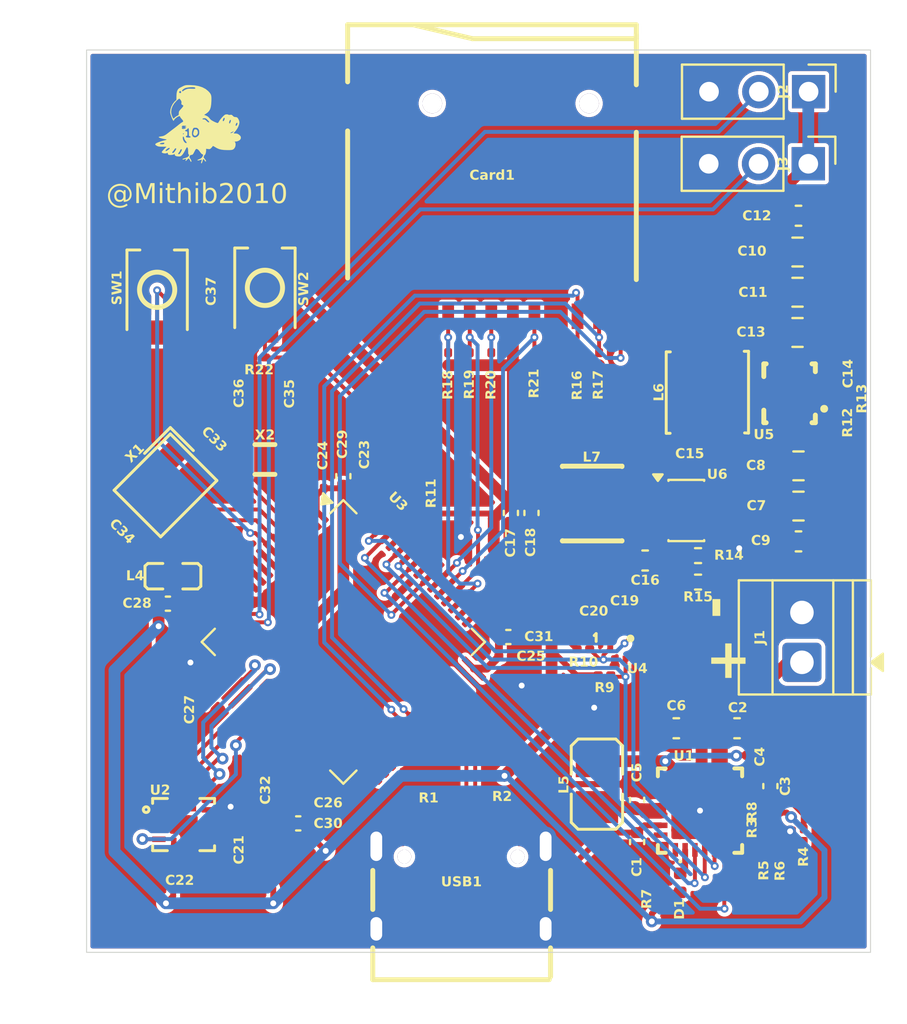
<source format=kicad_pcb>
(kicad_pcb (version 20241229) (generator "pcbnew") (generator_version "9.0")
  (layers (0 "F.Cu" signal) (2 "B.Cu" signal) (13 "F.Paste" user) (15 "B.Paste" user) (5 "F.SilkS" user "F.Silkscreen") (7 "B.SilkS" user "B.Silkscreen") (1 "F.Mask" user) (3 "B.Mask" user) (25 "Edge.Cuts" user))
  (net 0 "")
  (net 1 "VBUS")
  (net 2 "BAT+")
  (net 3 "GND")
  (net 4 "VREGN")
  (net 5 "Net-(U1-BTST)")
  (net 6 "/BTST")
  (net 7 "Net-(C5-Pad1)")
  (net 8 "VSYS")
  (net 9 "+5V")
  (net 10 "Net-(U5-Vaux)")
  (net 11 "Net-(U6-SW)")
  (net 12 "Net-(U6-CB)")
  (net 13 "+3.3V")
  (net 14 "Net-(U3-VCAP_1)")
  (net 15 "/HSE_IN")
  (net 16 "/HSE_OUT")
  (net 17 "/LSE_IN")
  (net 18 "/LSE_OUT")
  (net 19 "/RESET")
  (net 20 "/SD_DAT1")
  (net 21 "/SD_DAT0")
  (net 22 "/SD_CD")
  (net 23 "/SD_DAT2")
  (net 24 "/SD_DAT3")
  (net 25 "/SD_CLK")
  (net 26 "/SD_CMD")
  (net 27 "Net-(D1-K)")
  (net 28 "Net-(D1-A)")
  (net 29 "/SERVO1")
  (net 30 "/SERVO2")
  (net 31 "Net-(U3-VDDA)")
  (net 32 "Net-(U5-L1)")
  (net 33 "Net-(U5-L2)")
  (net 34 "Net-(USB1-CC1)")
  (net 35 "Net-(USB1-CC2)")
  (net 36 "Net-(U1-ILIM)")
  (net 37 "Net-(U1-TS)")
  (net 38 "/BQ_PG")
  (net 39 "/I2C_SDA")
  (net 40 "/I2C_SCL")
  (net 41 "/BQ_INT")
  (net 42 "Net-(U5-EN)")
  (net 43 "Net-(U5-PG)")
  (net 44 "Net-(U6-FB)")
  (net 45 "/BOOT")
  (net 49 "/BQ_CE")
  (net 50 "/ICM_INT1")
  (net 55 "/ICM_CS")
  (net 56 "/ICM_SCK")
  (net 57 "/ICM_INT2")
  (net 59 "/ICM_SDO")
  (net 60 "/ICM_SDI")
  (net 76 "/USB_DP")
  (net 81 "/BMP_INT")
  (net 82 "/USB_DN")
  (footprint "Capacitor_SMD:C_0402_1005Metric" (layer "F.Cu") (at 170.44 126.2 90)
    (property "Reference" "C5")
    (property "Value" "10uF")
  )
  (footprint "Capacitor_SMD:C_0201_0603Metric" (layer "F.Cu") (at 144.626777 112.071142 135)
    (property "Reference" "C34")
    (property "Value" "20pF")
  )
  (footprint "Resistor_SMD:R_0201_0603Metric" (layer "F.Cu") (at 177.74 128.7 90)
    (property "Reference" "R6")
    (property "Value" "10K")
  )
  (footprint "lcsc:CRYSTAL-SMD_4P-L3.2-W2.5-BL" (layer "F.Cu") (at 146.376777 110.171142 -135)
    (property "Reference" "X1")
    (property "Value" "X322525MOB4SI")
  )
  (footprint "Resistor_SMD:R_0201_0603Metric" (layer "F.Cu") (at 177.34 126.85)
    (property "Reference" "R8")
    (property "Value" "10K")
  )
  (footprint "Capacitor_SMD:C_0201_0603Metric" (layer "F.Cu") (at 154.45 110 90)
    (property "Reference" "C24")
    (property "Value" "100nF")
  )
  (footprint "Resistor_SMD:R_0201_0603Metric" (layer "F.Cu") (at 163 103.725 -90)
    (property "Reference" "R20")
    (property "Value" "10K")
  )
  (footprint "Capacitor_SMD:C_0201_0603Metric" (layer "F.Cu") (at 148.3 121.65 -90)
    (property "Reference" "C27")
    (property "Value" "100nF")
  )
  (footprint "Capacitor_SMD:C_0402_1005Metric" (layer "F.Cu") (at 170.44 128.35 -90)
    (property "Reference" "C1")
    (property "Value" "1uF")
  )
  (footprint "TerminalBlock:TerminalBlock_Xinya_XY308-2.54-2P_1x02_P2.54mm_Horizontal" (layer "F.Cu") (at 178.85 119.19 90)
    (property "Reference" "J1")
    (property "Value" "Screw_Terminal_01x02")
  )
  (footprint "Capacitor_SMD:C_0402_1005Metric" (layer "F.Cu") (at 146.5 116.2)
    (property "Reference" "C28")
    (property "Value" "1uF")
  )
  (footprint "lcsc:USB-C-SMD_TYPE-C-6PIN-2MD-073" (layer "F.Cu") (at 161.453434 130.396569)
    (property "Reference" "USB1")
    (property "Value" "TYPE-C 16PIN 2MD(073)")
  )
  (footprint "Capacitor_SMD:C_0603_1608Metric" (layer "F.Cu") (at 178.675 113.025)
    (property "Reference" "C9")
    (property "Value" "10uF")
  )
  (footprint "lcsc:VFQFPN-24_L4.0-W4.0-P0.50-BL-EP2.8" (layer "F.Cu") (at 173.64 126.75)
    (property "Reference" "U1")
    (property "Value" "BQ25883RGER")
  )
  (footprint "Capacitor_SMD:C_0201_0603Metric" (layer "F.Cu") (at 169.8 116.725)
    (property "Reference" "C19")
    (property "Value" "100nF")
  )
  (footprint "Capacitor_SMD:C_0402_1005Metric" (layer "F.Cu") (at 163.87 117.9)
    (property "Reference" "C31")
    (property "Value" "10uF")
  )
  (footprint "Capacitor_SMD:C_0805_2012Metric" (layer "F.Cu") (at 178.675 109.175)
    (property "Reference" "C8")
    (property "Value" "10uF")
  )
  (footprint "Capacitor_SMD:C_0805_2012Metric" (layer "F.Cu") (at 178.675 111.225)
    (property "Reference" "C7")
    (property "Value" "10uF")
  )
  (footprint "Capacitor_SMD:C_0201_0603Metric" (layer "F.Cu") (at 153.35 126.35 180)
    (property "Reference" "C26")
    (property "Value" "100nF")
  )
  (footprint "Capacitor_SMD:C_0603_1608Metric" (layer "F.Cu") (at 172.44 122.55 180)
    (property "Reference" "C6")
    (property "Value" "44uF")
  )
  (footprint "LED_SMD:LED_0402_1005Metric" (layer "F.Cu") (at 172.64 130.4325 -90)
    (property "Reference" "D1")
    (property "Value" "LED")
  )
  (footprint "Capacitor_SMD:C_0805_2012Metric" (layer "F.Cu") (at 178.625 98.275)
    (property "Reference" "C10")
    (property "Value" "22uF")
  )
  (footprint "Resistor_SMD:R_0201_0603Metric" (layer "F.Cu") (at 168.775 119.85 180)
    (property "Reference" "R9")
    (property "Value" "10K")
  )
  (footprint "lcsc:LGA-14_L3.0-W2.5-P0.50-TL" (layer "F.Cu") (at 147.3 127.46)
    (property "Reference" "U2")
    (property "Value" "ICM-45686")
  )
  (footprint "lcsc:IND-SMD_L3.0-W3.0" (layer "F.Cu") (at 168.15 111.1)
    (property "Reference" "L7")
    (property "Value" "YHNR3015-5R6M")
  )
  (footprint "Resistor_SMD:R_0201_0603Metric" (layer "F.Cu") (at 171.625 131.25 -90)
    (property "Reference" "R7")
    (property "Value" "10K")
  )
  (footprint "Resistor_SMD:R_0201_0603Metric" (layer "F.Cu") (at 180.525 106.97 -90)
    (property "Reference" "R12")
    (property "Value" "10K")
  )
  (footprint "Capacitor_SMD:C_0402_1005Metric" (layer "F.Cu") (at 153.15 127.4 180)
    (property "Reference" "C30")
    (property "Value" "1uF")
  )
  (footprint "Capacitor_SMD:C_0402_1005Metric" (layer "F.Cu") (at 177.24 125.5 90)
    (property "Reference" "C3")
    (property "Value" "10uF")
  )
  (footprint "Resistor_SMD:R_0201_0603Metric" (layer "F.Cu") (at 178.94 128 90)
    (property "Reference" "R4")
    (property "Value" "5.23K")
  )
  (footprint "Resistor_SMD:R_0201_0603Metric" (layer "F.Cu") (at 177.35 127.6)
    (property "Reference" "R3")
    (property "Value" "383")
  )
  (footprint "Capacitor_SMD:C_0603_1608Metric" (layer "F.Cu") (at 178.675 96.425)
    (property "Reference" "C12")
    (property "Value" "10uF")
  )
  (footprint "Capacitor_SMD:C_0201_0603Metric" (layer "F.Cu") (at 152.15 125.75 -90)
    (property "Reference" "C32")
    (property "Value" "2.2uF")
  )
  (footprint "LOGO" (layer "F.Cu") (at 148.02 91.51)
    (property "Reference" "G***" (hide yes))
    (property "Value" "LOGO" (hide yes))
  )
  (footprint "lcsc:VQFN-HR-15_L3.0-W2.5-P0.50-BL_TPS63070RNMR" (layer "F.Cu") (at 178.355 105.475 90)
    (property "Reference" "U5")
    (property "Value" "TPS63070RNMR")
  )
  (footprint "lcsc:IND-SMD_L4.0-W4.0-A" (layer "F.Cu") (at 174.025 105.425 -90)
    (property "Reference" "L6")
    (property "Value" "XFL4020-152MEC")
  )
  (footprint "Resistor_SMD:R_0201_0603Metric" (layer "F.Cu") (at 163.553434 126.729069)
    (property "Reference" "R2")
    (property "Value" "5.1K")
  )
  (footprint "Package_QFP:LQFP-64_10x10mm_P0.5mm" (layer "F.Cu") (at 155.45 118.15 -45)
    (property "Reference" "U3")
    (property "Value" "STM32F722RETx")
  )
  (footprint "Capacitor_SMD:C_0201_0603Metric" (layer "F.Cu") (at 148.326777 108.321142 -45)
    (property "Reference" "C33")
    (property "Value" "20pF")
  )
  (footprint "Connector_PinHeader_2.54mm:PinHeader_1x03_P2.54mm_Vertical" (layer "F.Cu") (at 179.175 93.775 -90)
    (property "Reference" "J3")
    (property "Value" "Conn_01x03")
  )
  (footprint "lcsc:L0603" (layer "F.Cu") (at 146.75 114.8 180)
    (property "Reference" "L4")
    (property "Value" "FCM1608KF-601T03")
  )
  (footprint "Capacitor_SMD:C_0201_0603Metric" (layer "F.Cu") (at 168.225 117.25 180)
    (property "Reference" "C20")
    (property "Value" "100nF")
  )
  (footprint "Capacitor_SMD:C_0201_0603Metric" (layer "F.Cu") (at 148.07 100.28 -90)
    (property "Reference" "C37")
    (property "Value" "100nF")
  )
  (footprint "Resistor_SMD:R_0201_0603Metric" (layer "F.Cu") (at 161.9 103.725 -90)
    (property "Reference" "R19")
    (property "Value" "10K")
  )
  (footprint "lcsc:SW-SMD_L3.9-W3.0-P4.45" (layer "F.Cu") (at 145.95 100.2 -90)
    (property "Reference" "SW1")
    (property "Value" "TS-1088-AR02016")
  )
  (footprint "Capacitor_SMD:C_0201_0603Metric" (layer "F.Cu") (at 149.5 128.75 -90)
    (property "Reference" "C21")
    (property "Value" "100nF")
  )
  (footprint "Resistor_SMD:R_0201_0603Metric" (layer "F.Cu") (at 168.5 103.725 -90)
    (property "Reference" "R17")
    (property "Value" "10K")
  )
  (footprint "Resistor_SMD:R_0201_0603Metric" (layer "F.Cu") (at 160.8 103.725 -90)
    (property "Reference" "R18")
    (property "Value" "10K")
  )
  (footprint "Resistor_SMD:R_0402_1005Metric" (layer "F.Cu") (at 173.55 113.75 180)
    (property "Reference" "R14")
    (property "Value" "100K")
  )
  (footprint "lcsc:L2520" (layer "F.Cu") (at 168.39 125.4 -90)
    (property "Reference" "L5")
    (property "Value" "DFE252012F-1R0M=P2")
  )
  (footprint "Capacitor_SMD:C_0402_1005Metric" (layer "F.Cu") (at 164 111.575 -90)
    (property "Reference" "C17")
    (property "Value" "22uF")
  )
  (footprint "lcsc:FC-135R_L3.2-W1.5" (layer "F.Cu") (at 151.45 108.85 180)
    (property "Reference" "X2")
    (property "Value" "Q13FC1350000400")
  )
  (footprint "lcsc:TF-SMD_TF-01A" (layer "F.Cu") (at 163.04 96.27 180)
    (property "Reference" "Card1")
    (property "Value" "TF-01A")
  )
  (footprint "Capacitor_SMD:C_0201_0603Metric" (layer "F.Cu") (at 176.04 124.25 -90)
    (property "Reference" "C4")
    (property "Value" "47nF")
  )
  (footprint "Resistor_SMD:R_0201_0603Metric" (layer "F.Cu") (at 176.94 128.7 90)
    (property "Reference" "R5")
    (property "Value" "30.1K")
  )
  (footprint "Capacitor_SMD:C_0402_1005Metric" (layer "F.Cu") (at 155.45 109.7 90)
    (property "Reference" "C29")
    (property "Value" "1uF")
  )
  (footprint "Capacitor_SMD:C_0201_0603Metric" (layer "F.Cu") (at 152.725 106.815 90)
    (property "Reference" "C35")
    (property "Value" "20pF")
  )
  (footprint "lcsc:LGA-10_L2.0-W2.0-P0.50-TL_BMP580" (layer "F.Cu") (at 169.85 118.225)
    (property "Reference" "U4")
    (property "Value" "BMP580")
  )
  (footprint "Capacitor_SMD:C_0201_0603Metric" (layer "F.Cu") (at 150.175 106.815 90)
    (property "Reference" "C36")
    (property "Value" "20pF")
  )
  (footprint "Package_TO_SOT_SMD:SOT-23-6" (layer "F.Cu") (at 172.95 111.45)
    (property "Reference" "U6")
    (property "Value" "LMR51430")
  )
  (footprint "Resistor_SMD:R_0201_0603Metric" (layer "F.Cu") (at 165.2 103.725 -90)
    (property "Reference" "R21")
    (property "Value" "10K")
  )
  (footprint "Capacitor_SMD:C_0201_0603Metric" (layer "F.Cu") (at 180.525 104.475 90)
    (property "Reference" "C14")
    (property "Value" "100nF")
  )
  (footprint "Resistor_SMD:R_0402_1005Metric" (layer "F.Cu") (at 173.55 115.1)
    (property "Reference" "R15")
    (property "Value" "22.1K")
  )
  (footprint "Capacitor_SMD:C_0201_0603Metric" (layer "F.Cu") (at 156.525 109.975 90)
    (property "Reference" "C23")
    (property "Value" "100nF")
  )
  (footprint "Capacitor_SMD:C_0805_2012Metric" (layer "F.Cu") (at 178.625 100.325)
    (property "Reference" "C11")
    (property "Value" "22uF")
  )
  (footprint "Resistor_SMD:R_0201_0603Metric" (layer "F.Cu") (at 180.875 105.725 180)
    (property "Reference" "R13")
    (property "Value" "10K")
  )
  (footprint "Capacitor_SMD:C_0201_0603Metric" (layer "F.Cu") (at 147.09 129.61)
    (property "Reference" "C22")
    (property "Value" "100nF")
  )
  (footprint "Resistor_SMD:R_0201_0603Metric" (layer "F.Cu") (at 151.15 103.65)
    (property "Reference" "R22")
    (property "Value" "10K")
  )
  (footprint "Resistor_SMD:R_0201_0603Metric" (layer "F.Cu") (at 159.808434 126.779069 180)
    (property "Reference" "R1")
    (property "Value" "5.1K")
  )
  (footprint "Capacitor_SMD:C_0402_1005Metric" (layer "F.Cu") (at 165.05 111.575 -90)
    (property "Reference" "C18")
    (property "Value" "22uF")
  )
  (footprint "Resistor_SMD:R_0201_0603Metric" (layer "F.Cu") (at 159.95 111.925 90)
    (property "Reference" "R11")
    (property "Value" "10K")
  )
  (footprint "Capacitor_SMD:C_0201_0603Metric" (layer "F.Cu") (at 173.13 109.25 180)
    (property "Reference" "C15")
    (property "Value" "100nF")
  )
  (footprint "lcsc:SW-SMD_L3.9-W3.0-P4.45" (layer "F.Cu") (at 151.45 100.1 -90)
    (property "Reference" "SW2")
    (property "Value" "TS-1088-AR02016")
  )
  (footprint "Capacitor_SMD:C_0805_2012Metric" (layer "F.Cu") (at 178.625 102.375)
    (property "Reference" "C13")
    (property "Value" "22uF")
  )
  (footprint "Capacitor_SMD:C_0201_0603Metric" (layer "F.Cu") (at 163.705 118.9)
    (property "Reference" "C25")
    (property "Value" "100nF")
  )
  (footprint "Resistor_SMD:R_0201_0603Metric" (layer "F.Cu") (at 167.4 103.725 -90)
    (property "Reference" "R16")
    (property "Value" "10K")
  )
  (footprint "Capacitor_SMD:C_0603_1608Metric" (layer "F.Cu") (at 175.54 122.55)
    (property "Reference" "C2")
    (property "Value" "10uF")
  )
  (footprint "Resistor_SMD:R_0201_0603Metric" (layer "F.Cu") (at 167.7 118.525 180)
    (property "Reference" "R10")
    (property "Value" "10K")
  )
  (footprint "Capacitor_SMD:C_0603_1608Metric" (layer "F.Cu") (at 170.85 114 180)
    (property "Reference" "C16")
    (property "Value" "2.2uF")
  )
  (footprint "Connector_PinHeader_2.54mm:PinHeader_1x03_P2.54mm_Vertical" (layer "F.Cu") (at 179.19 90.1 -90)
    (property "Reference" "J2")
    (property "Value" "Conn_01x03")
  )
  (gr_rect (start 142.35 87.975) (end 182.35 133.975) (stroke (width 0.05)) (fill no) (layer "Edge.Cuts"))
  (gr_text "+" (at 173.925 120.325 0) (layer "F.SilkS") (effects (font (size 2 2) (thickness 0.1)) (justify left bottom)))
  (gr_text "-" (at 175.625 116.975 90) (layer "F.SilkS") (effects (font (size 2 2) (thickness 0.1)) (justify left bottom)))
  (gr_text "@Mithib2010" (at 143.35 95.95 0) (layer "F.SilkS") (effects (font (size 1 1) (thickness 0.1)) (justify left bottom)))
  (segment (start 163.13007 129.318569) (end 164.161501 130.35) (width 0.3) (layer "F.Cu") (net 1))
  (segment (start 163.853434 128.595205) (end 163.853434 128.016569) (width 0.3) (layer "F.Cu") (net 1))
  (segment (start 170.81 127.5) (end 170.44 127.87) (width 0.3) (layer "F.Cu") (net 1))
  (segment (start 159.053434 128.016569) (end 159.053434 128.595205) (width 0.3) (layer "F.Cu") (net 1))
  (segment (start 171.64 127.5) (end 170.81 127.5) (width 0.3) (layer "F.Cu") (net 1))
  (segment (start 159.053434 128.595205) (end 159.776798 129.318569) (width 0.3) (layer "F.Cu") (net 1))
  (segment (start 166.35 130.35) (end 168.83 127.87) (width 0.3) (layer "F.Cu") (net 1))
  (segment (start 163.13007 129.318569) (end 163.853434 128.595205) (width 0.3) (layer "F.Cu") (net 1))
  (segment (start 159.776798 129.318569) (end 163.13007 129.318569) (width 0.3) (layer "F.Cu") (net 1))
  (segment (start 164.161501 130.35) (end 166.35 130.35) (width 0.3) (layer "F.Cu") (net 1))
  (segment (start 168.83 127.87) (end 170.44 127.87) (width 0.3) (layer "F.Cu") (net 1))
  (segment (start 174.765 122.55) (end 174.765 124.625) (width 0.6) (layer "F.Cu") (net 2))
  (segment (start 174.765 122.85) (end 174.531 123.084) (width 0.6) (layer "F.Cu") (net 2))
  (segment (start 178.85 119.19) (end 178.125 119.19) (width 0.6) (layer "F.Cu") (net 2))
  (segment (start 174.765 122.55) (end 174.765 122.85) (width 0.6) (layer "F.Cu") (net 2))
  (segment (start 174.531 123.084) (end 174.531 124.75) (width 0.6) (layer "F.Cu") (net 2))
  (segment (start 174.765 124.625) (end 174.89 124.75) (width 0.6) (layer "F.Cu") (net 2))
  (segment (start 178.125 119.19) (end 174.765 122.55) (width 0.6) (layer "F.Cu") (net 2))
  (segment (start 147.3 129.5) (end 147.41 129.61) (width 0.2) (layer "F.Cu") (net 3))
  (segment (start 178.247182 127.802818) (end 177.962818 127.802818) (width 0.3) (layer "F.Cu") (net 3))
  (segment (start 170.12 117.215) (end 170.35 117.445) (width 0.3) (layer "F.Cu") (net 3))
  (segment (start 144.400503 110.945335) (end 144.997919 110.347919) (width 0.2) (layer "F.Cu") (net 3))
  (segment (start 177.76 127.6) (end 177.67 127.6) (width 0.3) (layer "F.Cu") (net 3))
  (segment (start 148.553051 108.547416) (end 148.553051 109.196949) (width 0.2) (layer "F.Cu") (net 3))
  (segment (start 177.962818 127.802818) (end 177.76 127.6) (width 0.3) (layer "F.Cu") (net 3))
  (segment (start 170.12 116.725) (end 170.12 117.175) (width 0.3) (layer "F.Cu") (net 3))
  (segment (start 147.3 128.47) (end 147.3 129.5) (width 0.2) (layer "F.Cu") (net 3))
  (segment (start 148.553051 109.196949) (end 147.755635 109.994365) (width 0.2) (layer "F.Cu") (net 3))
  (segment (start 144.400503 111.844868) (end 144.400503 110.945335) (width 0.2) (layer "F.Cu") (net 3))
  (segment (start 170.12 117.175) (end 169.85 117.445) (width 0.3) (layer "F.Cu") (net 3))
  (segment (start 170.12 116.725) (end 170.12 117.215) (width 0.3) (layer "F.Cu") (net 3))
  (via (at 175.65 113.375) (size 0.6) (drill 0.3) (layers "F.Cu" "B.Cu") (net 3))
  (via (at 173.65 126.75) (size 0.6) (drill 0.3) (layers "F.Cu" "B.Cu") (net 3))
  (via (at 149.7 126.55) (size 0.6) (drill 0.3) (layers "F.Cu" "B.Cu") (net 3))
  (via (at 161.45 112.8) (size 0.6) (drill 0.3) (layers "F.Cu" "B.Cu") (net 3))
  (via (at 178.247182 127.802818) (size 0.6) (drill 0.3) (layers "F.Cu" "B.Cu") (net 3))
  (via (at 168.25 121.5) (size 0.6) (drill 0.3) (layers "F.Cu" "B.Cu") (net 3))
  (via (at 147.65 119.2) (size 0.6) (drill 0.3) (layers "F.Cu" "B.Cu") (net 3))
  (via (at 164.55 120.375) (size 0.6) (drill 0.3) (layers "F.Cu" "B.Cu") (net 3))
  (segment (start 175.66 125.98) (end 175.64 126) (width 0.3) (layer "F.Cu") (net 4))
  (segment (start 178.94 127.68) (end 178.94 126.94) (width 0.3) (layer "F.Cu") (net 4))
  (segment (start 177.98 125.98) (end 177.24 125.98) (width 0.3) (layer "F.Cu") (net 4))
  (segment (start 178.94 126.94) (end 177.98 125.98) (width 0.3) (layer "F.Cu") (net 4))
  (segment (start 177.24 125.98) (end 175.66 125.98) (width 0.3) (layer "F.Cu") (net 4))
  (segment (start 176.04 124.57) (end 176.04 125.1) (width 0.3) (layer "F.Cu") (net 5))
  (segment (start 176.04 125.1) (end 175.64 125.5) (width 0.3) (layer "F.Cu") (net 5))
  (segment (start 176.04 123.93) (end 175.52 123.93) (width 0.3) (layer "F.Cu") (net 6))
  (segment (start 171.88 124.23) (end 168.39 124.23) (width 0.6) (layer "F.Cu") (net 6))
  (segment (start 172.4 124.75) (end 172.73 124.75) (width 0.6) (layer "F.Cu") (net 6))
  (segment (start 175.52 123.93) (end 175.5 123.95) (width 0.3) (layer "F.Cu") (net 6))
  (segment (start 172.4 124.75) (end 171.88 124.23) (width 0.6) (layer "F.Cu") (net 6))
  (via (at 175.5 123.95) (size 0.6) (drill 0.3) (layers "F.Cu" "B.Cu") (net 6))
  (via (at 171.88 124.23) (size 0.6) (drill 0.3) (layers "F.Cu" "B.Cu") (net 6))
  (segment (start 175.5 123.95) (end 172.16 123.95) (width 0.3) (layer "B.Cu") (net 6))
  (segment (start 172.16 123.95) (end 171.88 124.23) (width 0.3) (layer "B.Cu") (net 6))
  (segment (start 168.39 126.57) (end 170.33 126.57) (width 0.6) (layer "F.Cu") (net 7))
  (segment (start 171.601 126.68) (end 171.64 126.641) (width 0.6) (layer "F.Cu") (net 7))
  (segment (start 170.33 126.57) (end 170.44 126.68) (width 0.6) (layer "F.Cu") (net 7))
  (segment (start 170.44 126.68) (end 171.601 126.68) (width 0.6) (layer "F.Cu") (net 7))
  (segment (start 170.68 126.68) (end 170.859 126.859) (width 0.6) (layer "F.Cu") (net 7))
  (segment (start 170.44 126.68) (end 170.68 126.68) (width 0.6) (layer "F.Cu") (net 7))
  (segment (start 170.859 126.859) (end 171.64 126.859) (width 0.6) (layer "F.Cu") (net 7))
  (segment (start 180.525 107.29) (end 179.61 107.29) (width 0.3) (layer "F.Cu") (net 8))
  (segment (start 174.0875 111.45) (end 176.325 111.45) (width 0.6) (layer "F.Cu") (net 8))
  (segment (start 177.725 107.099) (end 177.899 106.925) (width 0.6) (layer "F.Cu") (net 8))
  (segment (start 173.73 123.065) (end 173.73 124.59) (width 0.6) (layer "F.Cu") (net 8))
  (segment (start 177.9 111.4) (end 177.725 111.225) (width 0.6) (layer "F.Cu") (net 8))
  (segment (start 173.215 122.55) (end 173.215 117.71) (width 0.6) (layer "F.Cu") (net 8))
  (segment (start 177.725 107.225) (end 177.425 106.925) (width 0.6) (layer "F.Cu") (net 8))
  (segment (start 173.215 122.55) (end 173.73 123.065) (width 0.6) (layer "F.Cu") (net 8))
  (segment (start 173.73 123.065) (end 173.73 124.41) (width 0.6) (layer "F.Cu") (net 8))
  (segment (start 177.725 109.175) (end 177.725 107.225) (width 0.6) (layer "F.Cu") (net 8))
  (segment (start 179.61 107.29) (end 177.725 109.175) (width 0.3) (layer "F.Cu") (net 8))
  (segment (start 176.325 111.45) (end 177.9 113.025) (width 0.6) (layer "F.Cu") (net 8))
  (segment (start 171.625 114) (end 171.625 112.5875) (width 0.6) (layer "F.Cu") (net 8))
  (segment (start 173.215 117.71) (end 177.9 113.025) (width 0.6) (layer "F.Cu") (net 8))
  (segment (start 177.9 113.025) (end 177.9 111.4) (width 0.6) (layer "F.Cu") (net 8))
  (segment (start 171.625 120.96) (end 171.625 114) (width 0.6) (layer "F.Cu") (net 8))
  (segment (start 177.725 109.175) (end 177.725 107.099) (width 0.6) (layer "F.Cu") (net 8))
  (segment (start 173.73 124.41) (end 173.531 124.609) (width 0.6) (layer "F.Cu") (net 8))
  (segment (start 177.725 111.225) (end 177.725 109.175) (width 0.6) (layer "F.Cu") (net 8))
  (segment (start 171.625 112.5875) (end 171.8125 112.4) (width 0.6) (layer "F.Cu") (net 8))
  (segment (start 173.215 122.55) (end 171.625 120.96) (width 0.6) (layer "F.Cu") (net 8))
  (segment (start 178.925 103.625) (end 177.675 102.375) (width 0.2) (layer "F.Cu") (net 9))
  (segment (start 177.675 103.775) (end 177.425 104.025) (width 0.6) (layer "F.Cu") (net 9))
  (segment (start 177.9 96.425) (end 177.9 95.05) (width 0.6) (layer "F.Cu") (net 9))
  (segment (start 177.675 100.325) (end 177.675 102.375) (width 0.6) (layer "F.Cu") (net 9))
  (segment (start 178.925 104.025) (end 178.925 103.625) (width 0.2) (layer "F.Cu") (net 9))
  (segment (start 177.675 102.375) (end 177.675 103.775) (width 0.6) (layer "F.Cu") (net 9))
  (segment (start 180.855 103.475) (end 181.195 103.815) (width 0.2) (layer "F.Cu") (net 9))
  (segment (start 178.925 104.025) (end 179.475 103.475) (width 0.2) (layer "F.Cu") (net 9))
  (segment (start 177.675 96.65) (end 177.9 96.425) (width 0.6) (layer "F.Cu") (net 9))
  (segment (start 177.675 102.375) (end 177.675 103.801) (width 0.6) (layer "F.Cu") (net 9))
  (segment (start 179.475 103.475) (end 180.855 103.475) (width 0.2) (layer "F.Cu") (net 9))
  (segment (start 177.675 100.325) (end 177.675 98.275) (width 0.6) (layer "F.Cu") (net 9))
  (segment (start 177.675 98.275) (end 177.675 96.65) (width 0.6) (layer "F.Cu") (net 9))
  (segment (start 177.9 95.05) (end 179.175 93.775) (width 0.6) (layer "F.Cu") (net 9))
  (segment (start 177.675 103.801) (end 177.899 104.025) (width 0.6) (layer "F.Cu") (net 9))
  (segment (start 181.195 103.815) (end 181.195 105.725) (width 0.2) (layer "F.Cu") (net 9))
  (segment (start 179.175 93.775) (end 179.175 90.115) (width 0.6) (layer "B.Cu") (net 9))
  (segment (start 179.175 90.115) (end 179.19 90.1) (width 0.6) (layer "B.Cu") (net 9))
  (segment (start 180.095 105.225) (end 180.525 104.795) (width 0.2) (layer "F.Cu") (net 10))
  (segment (start 179.375 105.225) (end 180.095 105.225) (width 0.2) (layer "F.Cu") (net 10))
  (segment (start 172.166968 111.45) (end 171.8125 111.45) (width 0.4) (layer "F.Cu") (net 11))
  (segment (start 172.81 111.065) (end 172.425 111.45) (width 0.4) (layer "F.Cu") (net 11))
  (segment (start 172.81 109.25) (end 172.81 111.065) (width 0.4) (layer "F.Cu") (net 11))
  (segment (start 173.04 113.75) (end 173.04 112.323032) (width 0.4) (layer "F.Cu") (net 11))
  (segment (start 171.8125 111.45) (end 169.83 111.45) (width 0.6) (layer "F.Cu") (net 11))
  (segment (start 169.83 111.45) (end 169.48 111.1) (width 0.6) (layer "F.Cu") (net 11))
  (segment (start 173.04 112.323032) (end 172.166968 111.45) (width 0.4) (layer "F.Cu") (net 11))
  (segment (start 172.425 111.45) (end 171.8125 111.45) (width 0.4) (layer "F.Cu") (net 11))
  (segment (start 173.45 109.8625) (end 174.0875 110.5) (width 0.4) (layer "F.Cu") (net 12))
  (segment (start 173.45 109.25) (end 173.45 109.8625) (width 0.4) (layer "F.Cu") (net 12))
  (segment (start 148.380912 121.33) (end 149.492625 120.218287) (width 0.3) (layer "F.Cu") (net 13))
  (segment (start 153.63 126.39) (end 153.67 126.35) (width 0.3) (layer "F.Cu") (net 13))
  (segment (start 167.38 118.525) (end 166.08 117.225) (width 0.3) (layer "F.Cu") (net 13))
  (segment (start 168.545 117.050001) (end 167.869999 116.375) (width 0.4) (layer "F.Cu") (net 13))
  (segment (start 146.025 117.35) (end 146.025 116.205) (width 0.6) (layer "F.Cu") (net 13))
  (segment (start 168.545 117.25) (end 168.545 117.050001) (width 0.4) (layer "F.Cu") (net 13))
  (segment (start 146.77 131.105) (end 146.4 131.475) (width 0.3) (layer "F.Cu") (net 13))
  (segment (start 168.545 117.45) (end 169.07 117.975) (width 0.4) (layer "F.Cu") (net 13))
  (segment (start 160.8 104.045) (end 168.5 104.045) (width 0.6) (layer "F.Cu") (net 13))
  (segment (start 148.3 121.33) (end 146.025 119.055) (width 0.3) (layer "F.Cu") (net 13))
  (segment (start 155.45 115.525) (end 155.45 110.18) (width 0.6) (layer "F.Cu") (net 13))
  (segment (start 171.18965 132.4) (end 171.18965 132.00535) (width 0.3) (layer "F.Cu") (net 13))
  (segment (start 154.088819 110.681181) (end 154.45 110.32) (width 0.3) (layer "F.Cu") (net 13))
  (segment (start 149.605 128.43) (end 151.875 130.7) (width 0.3) (layer "F.Cu") (net 13))
  (segment (start 177.66 126.85) (end 178.072182 126.85) (width 0.3) (layer "F.Cu") (net 13))
  (segment (start 146.8 129.58) (end 146.77 129.61) (width 0.3) (layer "F.Cu") (net 13))
  (segment (start 164.1 101.55) (end 164.1 110.995) (width 0.6) (layer "F.Cu") (net 13))
  (segment (start 169.48 116.725) (end 169.35 116.855) (width 0.4) (layer "F.Cu") (net 13))
  (segment (start 148.56 128.21) (end 149.28 128.21) (width 0.3) (layer "F.Cu") (net 13))
  (segment (start 155.565 110.295) (end 155.45 110.18) (width 0.3) (layer "F.Cu") (net 13))
  (segment (start 168.455 119.85) (end 167.35 119.85) (width 0.3) (layer "F.Cu") (net 13))
  (segment (start 146.025 117.35) (end 146.85 118.175) (width 0.6) (layer "F.Cu") (net 13))
  (segment (start 178.072182 126.85) (end 178.298591 127.076409) (width 0.3) (layer "F.Cu") (net 13))
  (segment (start 162.87897 111.605) (end 163.125 111.85103) (width 0.3) (layer "F.Cu") (net 13))
  (segment (start 164.75 116.54) (end 164.75 115.05) (width 0.4) (layer "F.Cu") (net 13))
  (segment (start 154.088819 111.485519) (end 154.088819 110.681181) (width 0.3) (layer "F.Cu") (net 13))
  (segment (start 146.8 128.47) (end 146.8 129.58) (width 0.3) (layer "F.Cu") (net 13))
  (segment (start 167.869999 116.375) (end 169.13 116.375) (width 0.4) (layer "F.Cu") (net 13))
  (segment (start 164.1 110.995) (end 164 111.095) (width 0.6) (layer "F.Cu") (net 13))
  (segment (start 148.3 121.33) (end 148.380912 121.33) (width 0.3) (layer "F.Cu") (net 13))
  (segment (start 166.075 118.575) (end 166.075 122.575) (width 0.6) (layer "F.Cu") (net 13))
  (segment (start 163.125 112.925) (end 163.125 113.425) (width 0.6) (layer "F.Cu") (net 13))
  (segment (start 154.45 110.32) (end 155.31 110.32) (width 0.3) (layer "F.Cu") (net 13))
  (segment (start 163.125 111.85103) (end 163.125 112.925) (width 0.6) (layer "F.Cu") (net 13))
  (segment (start 153.67 125.2333) (end 154.088819 124.814481) (width 0.3) (layer "F.Cu") (net 13))
  (segment (start 146.025 116.205) (end 146.02 116.2) (width 0.6) (layer "F.Cu") (net 13))
  (segment (start 166.82 111.1) (end 165.055 111.1) (width 0.6) (layer "F.Cu") (net 13))
  (segment (start 153.63 127.4) (end 153.63 126.39) (width 0.3) (layer "F.Cu") (net 13))
  (segment (start 164 111.095) (end 163.88103 111.095) (width 0.6) (layer "F.Cu") (net 13))
  (segment (start 169.13 116.375) (end 169.48 116.725) (width 0.4) (layer "F.Cu") (net 13))
  (segment (start 163.39 117.9) (end 163.39 118.895) (width 0.4) (layer "F.Cu") (net 13))
  (segment (start 166.075 116.375) (end 166.075 117.225) (width 0.6) (layer "F.Cu") (net 13))
  (segment (start 149.5 128.43) (end 149.605 128.43) (width 0.3) (layer "F.Cu") (net 13))
  (segment (start 162.114481 119.511181) (end 162.773819 119.511181) (width 0.4) (layer "F.Cu") (net 13))
  (segment (start 156.525 110.295) (end 155.565 110.295) (width 0.3) (layer "F.Cu") (net 13))
  (segment (start 156.811181 110.581181) (end 156.525 110.295) (width 0.3) (layer "F.Cu") (net 13))
  (segment (start 164 111.095) (end 151.45 98.545) (width 0.6) (layer "F.Cu") (net 13))
  (segment (start 152.8 118.175) (end 155.45 115.525) (width 0.6) (layer "F.Cu") (net 13))
  (segment (start 146.025 119.055) (end 146.025 117.35) (width 0.3) (layer "F.Cu") (net 13))
  (segment (start 146.85 118.175) (end 152.8 118.175) (width 0.6) (layer "F.Cu") (net 13))
  (segment (start 149.28 128.21) (end 149.5 128.43) (width 0.3) (layer "F.Cu") (net 13))
  (segment (start 169.35 116.855) (end 169.35 117.445) (width 0.4) (layer "F.Cu") (net 13))
  (segment (start 145.95 114.9) (end 146.05 114.8) (width 0.6) (layer "F.Cu") (net 13))
  (segment (start 166.08 117.225) (end 166.075 117.225) (width 0.3) (layer "F.Cu") (net 13))
  (segment (start 167.35 119.85) (end 166.075 118.575) (width 0.3) (layer "F.Cu") (net 13))
  (segment (start 162.773819 119.511181) (end 163.385 118.9) (width 0.4) (layer "F.Cu") (net 13))
  (segment (start 146.77 129.61) (end 146.77 131.105) (width 0.3) (layer "F.Cu") (net 13))
  (segment (start 153.63 127.88) (end 154.55 128.8) (width 0.3) (layer "F.Cu") (net 13))
  (segment (start 151.45 98.545) (end 151.45 97.92) (width 0.6) (layer "F.Cu") (net 13))
  (segment (start 164.75 115.05) (end 166.075 116.375) (width 0.6) (layer "F.Cu") (net 13))
  (segment (start 146.05 116.17) (end 146.02 116.2) (width 0.6) (layer "F.Cu") (net 13))
  (segment (start 167.869999 116.375) (end 166.075 116.375) (width 0.4) (layer "F.Cu") (net 13))
  (segment (start 163.39 117.9) (end 164.75 116.54) (width 0.4) (layer "F.Cu") (net 13))
  (segment (start 166.075 122.575) (end 163.675 124.975) (width 0.6) (layer "F.Cu") (net 13))
  (segment (start 163.39 118.895) (end 163.385 118.9) (width 0.4) (layer "F.Cu") (net 13))
  (segment (start 165.05 111.095) (end 164 111.095) (width 0.6) (layer "F.Cu") (net 13))
  (segment (start 153.67 126.35) (end 153.67 125.2333) (width 0.3) (layer "F.Cu") (net 13))
  (segment (start 146.05 114.8) (end 146.05 116.17) (width 0.6) (layer "F.Cu") (net 13))
  (segment (start 151.875 130.7) (end 151.875 131.475) (width 0.3) (layer "F.Cu") (net 13))
  (segment (start 163.125 113.425) (end 164.75 115.05) (width 0.6) (layer "F.Cu") (net 13))
  (segment (start 153.63 127.4) (end 153.63 127.88) (width 0.3) (layer "F.Cu") (net 13))
  (segment (start 155.31 110.32) (end 155.45 110.18) (width 0.3) (layer "F.Cu") (net 13))
  (segment (start 163.88103 111.095) (end 163.125 111.85103) (width 0.6) (layer "F.Cu") (net 13))
  (segment (start 165.055 111.1) (end 165.05 111.095) (width 0.6) (layer "F.Cu") (net 13))
  (segment (start 171.18965 132.00535) (end 171.625 131.57) (width 0.3) (layer "F.Cu") (net 13))
  (segment (start 166.075 117.225) (end 166.075 118.575) (width 0.6) (layer "F.Cu") (net 13))
  (segment (start 159.95 111.605) (end 162.87897 111.605) (width 0.3) (layer "F.Cu") (net 13))
  (segment (start 156.811181 111.485519) (end 156.811181 110.581181) (width 0.3) (layer "F.Cu") (net 13))
  (segment (start 168.545 117.25) (end 168.545 117.45) (width 0.4) (layer "F.Cu") (net 13))
  (via (at 146.025 117.35) (size 0.6) (drill 0.3) (layers "F.Cu" "B.Cu") (net 13))
  (via (at 154.55 128.8) (size 0.6) (drill 0.3) (layers "F.Cu" "B.Cu") (net 13))
  (via (at 178.298591 127.076409) (size 0.6) (drill 0.3) (layers "F.Cu" "B.Cu") (net 13))
  (via (at 146.4 131.475) (size 0.6) (drill 0.3) (layers "F.Cu" "B.Cu") (net 13))
  (via (at 163.675 124.975) (size 0.6) (drill 0.3) (layers "F.Cu" "B.Cu") (net 13))
  (via (at 171.18965 132.4) (size 0.6) (drill 0.3) (layers "F.Cu" "B.Cu") (net 13))
  (via (at 151.875 131.475) (size 0.6) (drill 0.3) (layers "F.Cu" "B.Cu") (net 13))
  (segment (start 143.775 128.85) (end 146.4 131.475) (width 0.6) (layer "B.Cu") (net 13))
  (segment (start 143.775 119.6) (end 143.775 128.85) (width 0.6) (layer "B.Cu") (net 13))
  (segment (start 154.55 128.8) (end 151.875 131.475) (width 0.6) (layer "B.Cu") (net 13))
  (segment (start 180 131.175) (end 178.775 132.4) (width 0.3) (layer "B.Cu") (net 13))
  (segment (start 171.18965 132.4) (end 163.76465 124.975) (width 0.3) (layer "B.Cu") (net 13))
  (segment (start 178.298591 127.076409) (end 180 128.777818) (width 0.3) (layer "B.Cu") (net 13))
  (segment (start 180 128.777818) (end 180 131.175) (width 0.3) (layer "B.Cu") (net 13))
  (segment (start 163.76465 124.975) (end 163.675 124.975) (width 0.3) (layer "B.Cu") (net 13))
  (segment (start 158.375 124.975) (end 154.55 128.8) (width 0.6) (layer "B.Cu") (net 13))
  (segment (start 163.675 124.975) (end 158.375 124.975) (width 0.6) (layer "B.Cu") (net 13))
  (segment (start 151.875 131.475) (end 146.4 131.475) (width 0.6) (layer "B.Cu") (net 13))
  (segment (start 178.775 132.4) (end 171.18965 132.4) (width 0.3) (layer "B.Cu") (net 13))
  (segment (start 146.025 117.35) (end 143.775 119.6) (width 0.6) (layer "B.Cu") (net 13))
  (segment (start 152.15 125.43) (end 152.15 125.339088) (width 0.2) (layer "F.Cu") (net 14))
  (segment (start 152.15 125.339088) (end 153.381713 124.107375) (width 0.2) (layer "F.Cu") (net 14))
  (segment (start 146.535396 108.810442) (end 146.553554 108.792284) (width 0.2) (layer "F.Cu") (net 15))
  (segment (start 148.100503 108.094868) (end 147.25097 108.094868) (width 0.2) (layer "F.Cu") (net 15))
  (segment (start 147.745642 111.4) (end 146.535396 110.189754) (width 0.2) (layer "F.Cu") (net 15))
  (segment (start 152.674606 112.899732) (end 151.174874 111.4) (width 0.2) (layer "F.Cu") (net 15))
  (segment (start 151.174874 111.4) (end 147.745642 111.4) (width 0.2) (layer "F.Cu") (net 15))
  (segment (start 147.25097 108.094868) (end 146.553554 108.792284) (width 0.2) (layer "F.Cu") (net 15))
  (segment (start 146.535396 110.189754) (end 146.535396 108.810442) (width 0.2) (layer "F.Cu") (net 15))
  (segment (start 152.321052 113.253286) (end 152.303286 113.253286) (width 0.2) (layer "F.Cu") (net 16))
  (segment (start 145.452584 112.297416) (end 146.2 111.55) (width 0.2) (layer "F.Cu") (net 16))
  (segment (start 152.303286 113.253286) (end 151 111.95) (width 0.2) (layer "F.Cu") (net 16))
  (segment (start 151 111.95) (end 146.6 111.95) (width 0.2) (layer "F.Cu") (net 16))
  (segment (start 144.853051 112.297416) (end 145.452584 112.297416) (width 0.2) (layer "F.Cu") (net 16))
  (segment (start 146.6 111.95) (end 146.2 111.55) (width 0.2) (layer "F.Cu") (net 16))
  (segment (start 152.725 108.825) (end 152.7 108.85) (width 0.2) (layer "F.Cu") (net 17))
  (segment (start 152.725 107.135) (end 152.725 108.825) (width 0.2) (layer "F.Cu") (net 17))
  (segment (start 152.7 111.510912) (end 152.7 108.85) (width 0.2) (layer "F.Cu") (net 17))
  (segment (start 153.381713 112.192625) (end 152.7 111.510912) (width 0.2) (layer "F.Cu") (net 17))
  (segment (start 150.2 109.71802) (end 150.2 108.85) (width 0.2) (layer "F.Cu") (net 18))
  (segment (start 150.175 108.825) (end 150.2 108.85) (width 0.2) (layer "F.Cu") (net 18))
  (segment (start 153.028159 112.546179) (end 150.2 109.71802) (width 0.2) (layer "F.Cu") (net 18))
  (segment (start 150.175 107.135) (end 150.175 108.825) (width 0.2) (layer "F.Cu") (net 18))
  (segment (start 150.96066 112.6) (end 151.967499 113.606839) (width 0.2) (layer "F.Cu") (net 19))
  (segment (start 145.95 102.38) (end 145.95 100.225) (width 0.2) (layer "F.Cu") (net 19))
  (segment (start 146.325 100.6) (end 145.95 100.225) (width 0.2) (layer "F.Cu") (net 19))
  (segment (start 148.07 100.6) (end 146.325 100.6) (width 0.2) (layer "F.Cu") (net 19))
  (segment (start 150.7 112.6) (end 150.96066 112.6) (width 0.2) (layer "F.Cu") (net 19))
  (via (at 145.95 100.225) (size 0.4) (drill 0.2) (layers "F.Cu" "B.Cu") (net 19))
  (via (at 150.7 112.6) (size 0.4) (drill 0.2) (layers "F.Cu" "B.Cu") (net 19))
  (segment (start 145.95 100.225) (end 145.95 107.85) (width 0.2) (layer "B.Cu") (net 19))
  (segment (start 145.95 107.85) (end 150.7 112.6) (width 0.2) (layer "B.Cu") (net 19))
  (segment (start 168.5 101.55) (end 168.5 102.6) (width 0.2) (layer "F.Cu") (net 20))
  (segment (start 168.5 102.6) (end 168.5 103.405) (width 0.2) (layer "F.Cu") (net 20))
  (segment (start 159.286054 122.339608) (end 159.286054 122.336054) (width 0.2) (layer "F.Cu") (net 20))
  (segment (start 159.286054 122.336054) (end 158.525 121.575) (width 0.2) (layer "F.Cu") (net 20))
  (via (at 158.525 121.575) (size 0.4) (drill 0.2) (layers "F.Cu" "B.Cu") (net 20))
  (via (at 168.5 102.625) (size 0.4) (drill 0.2) (layers "F.Cu" "B.Cu") (net 20))
  (segment (start 154.875 105.375) (end 159.35 100.9) (width 0.2) (layer "B.Cu") (net 20))
  (segment (start 154.875 117.925) (end 154.875 105.375) (width 0.2) (layer "B.Cu") (net 20))
  (segment (start 158.525 121.575) (end 154.875 117.925) (width 0.2) (layer "B.Cu") (net 20))
  (segment (start 159.35 100.9) (end 166.775 100.9) (width 0.2) (layer "B.Cu") (net 20))
  (segment (start 166.775 100.9) (end 168.5 102.625) (width 0.2) (layer "B.Cu") (net 20))
  (segment (start 157.9 121.6) (end 157.9 121.66066) (width 0.2) (layer "F.Cu") (net 21))
  (segment (start 167.4 101.55) (end 167.4 100.425) (width 0.2) (layer "F.Cu") (net 21))
  (segment (start 167.4 100.425) (end 167.325 100.35) (width 0.2) (layer "F.Cu") (net 21))
  (segment (start 167.4 102.6) (end 167.4 103.405) (width 0.2) (layer "F.Cu") (net 21))
  (segment (start 167.4 101.55) (end 167.4 102.6) (width 0.2) (layer "F.Cu") (net 21))
  (segment (start 157.9 121.66066) (end 158.932501 122.693161) (width 0.2) (layer "F.Cu") (net 21))
  (via (at 157.9 121.6) (size 0.4) (drill 0.2) (layers "F.Cu" "B.Cu") (net 21))
  (via (at 167.325 100.35) (size 0.4) (drill 0.2) (layers "F.Cu" "B.Cu") (net 21))
  (segment (start 154.475 118.175) (end 157.9 121.6) (width 0.2) (layer "B.Cu") (net 21))
  (segment (start 167.325 100.35) (end 167.175 100.5) (width 0.2) (layer "B.Cu") (net 21))
  (segment (start 167.175 100.5) (end 159.1 100.5) (width 0.2) (layer "B.Cu") (net 21))
  (segment (start 159.1 100.5) (end 154.475 105.125) (width 0.2) (layer "B.Cu") (net 21))
  (segment (start 154.475 105.125) (end 154.475 118.175) (width 0.2) (layer "B.Cu") (net 21))
  (segment (start 169.6 103.675) (end 169.6 101.55) (width 0.2) (layer "F.Cu") (net 22))
  (segment (start 157.9 116.775) (end 157.9 116.76066) (width 0.2) (layer "F.Cu") (net 22))
  (segment (start 157.9 116.76066) (end 159.993161 114.667499) (width 0.2) (layer "F.Cu") (net 22))
  (via (at 169.6 103.675) (size 0.4) (drill 0.2) (layers "F.Cu" "B.Cu") (net 22))
  (via (at 157.9 116.775) (size 0.4) (drill 0.2) (layers "F.Cu" "B.Cu") (net 22))
  (segment (start 166.525 101.325) (end 168.875 103.675) (width 0.2) (layer "B.Cu") (net 22))
  (segment (start 168.875 103.675) (end 169.6 103.675) (width 0.2) (layer "B.Cu") (net 22))
  (segment (start 159.575 101.325) (end 166.525 101.325) (width 0.2) (layer "B.Cu") (net 22))
  (segment (start 155.275 105.625) (end 159.575 101.325) (width 0.2) (layer "B.Cu") (net 22))
  (segment (start 155.275 114.15) (end 155.275 105.625) (width 0.2) (layer "B.Cu") (net 22))
  (segment (start 157.9 116.775) (end 155.275 114.15) (width 0.2) (layer "B.Cu") (net 22))
  (segment (start 160.8 102.625) (end 160.8 103.405) (width 0.2) (layer "F.Cu") (net 23))
  (segment (start 160.8 101.55) (end 160.8 102.625) (width 0.2) (layer "F.Cu") (net 23))
  (segment (start 162.3 115.175) (end 162.3 115.189088) (width 0.2) (layer "F.Cu") (net 23))
  (segment (start 162.3 115.189088) (end 161.407375 116.081713) (width 0.2) (layer "F.Cu") (net 23))
  (via (at 162.3 115.175) (size 0.4) (drill 0.2) (layers "F.Cu" "B.Cu") (net 23))
  (via (at 160.8 102.625) (size 0.4) (drill 0.2) (layers "F.Cu" "B.Cu") (net 23))
  (segment (start 160.8 102.625) (end 160.8 114.575) (width 0.2) (layer "B.Cu") (net 23))
  (segment (start 161.4 115.175) (end 162.3 115.175) (width 0.2) (layer "B.Cu") (net 23))
  (segment (start 160.8 114.575) (end 161.4 115.175) (width 0.2) (layer "B.Cu") (net 23))
  (segment (start 162.325 112.45) (end 162.325 114.45698) (width 0.2) (layer "F.Cu") (net 24))
  (segment (start 161.9 101.55) (end 161.9 102.65) (width 0.2) (layer "F.Cu") (net 24))
  (segment (start 162.317157 112.442157) (end 162.325 112.45) (width 0.2) (layer "F.Cu") (net 24))
  (segment (start 162.325 114.45698) (end 161.053821 115.728159) (width 0.2) (layer "F.Cu") (net 24))
  (segment (start 161.9 102.65) (end 161.9 103.405) (width 0.2) (layer "F.Cu") (net 24))
  (via (at 162.317157 112.442157) (size 0.4) (drill 0.2) (layers "F.Cu" "B.Cu") (net 24))
  (via (at 161.9 102.625) (size 0.4) (drill 0.2) (layers "F.Cu" "B.Cu") (net 24))
  (segment (start 162.3 103.025) (end 161.9 102.625) (width 0.2) (layer "B.Cu") (net 24))
  (segment (start 162.317157 112.442157) (end 162.3 112.425) (width 0.2) (layer "B.Cu") (net 24))
  (segment (start 162.3 112.425) (end 162.3 103.025) (width 0.2) (layer "B.Cu") (net 24))
  (segment (start 165.2 101.55) (end 165.2 102.6) (width 0.2) (layer "F.Cu") (net 25))
  (segment (start 161.537437 114.537437) (end 160.700268 115.374606) (width 0.2) (layer "F.Cu") (net 25))
  (segment (start 165.2 102.6) (end 165.2 103.405) (width 0.2) (layer "F.Cu") (net 25))
  (via (at 161.537437 114.537437) (size 0.4) (drill 0.2) (layers "F.Cu" "B.Cu") (net 25))
  (via (at 165.2 102.625) (size 0.4) (drill 0.2) (layers "F.Cu" "B.Cu") (net 25))
  (segment (start 162.075 114) (end 163.6 112.475) (width 0.2) (layer "B.Cu") (net 25))
  (segment (start 161.537437 114.537437) (end 162.074874 114) (width 0.2) (layer "B.Cu") (net 25))
  (segment (start 163.6 112.475) (end 163.6 104.225) (width 0.2) (layer "B.Cu") (net 25))
  (segment (start 163.6 104.225) (end 165.2 102.625) (width 0.2) (layer "B.Cu") (net 25))
  (segment (start 162.074874 114) (end 162.075 114) (width 0.2) (layer "B.Cu") (net 25))
  (segment (start 163 102.65) (end 163 103.405) (width 0.2) (layer "F.Cu") (net 26))
  (segment (start 161.246383 114.121383) (end 160.346714 115.021052) (width 0.2) (layer "F.Cu") (net 26))
  (segment (start 163 101.55) (end 163 102.65) (width 0.2) (layer "F.Cu") (net 26))
  (via (at 163 102.625) (size 0.4) (drill 0.2) (layers "F.Cu" "B.Cu") (net 26))
  (via (at 161.246383 114.121383) (size 0.4) (drill 0.2) (layers "F.Cu" "B.Cu") (net 26))
  (segment (start 161.246383 114.078617) (end 163 112.325) (width 0.2) (layer "B.Cu") (net 26))
  (segment (start 161.246383 114.121383) (end 161.246383 114.078617) (width 0.2) (layer "B.Cu") (net 26))
  (segment (start 163 112.325) (end 163 102.625) (width 0.2) (layer "B.Cu") (net 26))
  (segment (start 172.89 128.75) (end 172.89 129.6975) (width 0.3) (layer "F.Cu") (net 27))
  (segment (start 172.89 129.6975) (end 172.64 129.9475) (width 0.3) (layer "F.Cu") (net 27))
  (segment (start 172.6275 130.93) (end 172.64 130.9175) (width 0.3) (layer "F.Cu") (net 28))
  (segment (start 171.625 130.93) (end 172.6275 130.93) (width 0.3) (layer "F.Cu") (net 28))
  (segment (start 150.135912 116.725) (end 151.15 116.725) (width 0.2) (layer "F.Cu") (net 29))
  (segment (start 151.15 116.725) (end 151.175 116.75) (width 0.2) (layer "F.Cu") (net 29))
  (segment (start 149.492625 116.081713) (end 150.135912 116.725) (width 0.2) (layer "F.Cu") (net 29))
  (via (at 151.175 116.75) (size 0.4) (drill 0.2) (layers "F.Cu" "B.Cu") (net 29))
  (segment (start 174.6 92.15) (end 176.65 90.1) (width 0.2) (layer "B.Cu") (net 29))
  (segment (start 151.175 116.75) (end 151.175 103.65) (width 0.2) (layer "B.Cu") (net 29))
  (segment (start 151.175 103.65) (end 162.675 92.15) (width 0.2) (layer "B.Cu") (net 29))
  (segment (start 162.675 92.15) (end 174.6 92.15) (width 0.2) (layer "B.Cu") (net 29))
  (segment (start 151.599 117.151) (end 151.6 117.15) (width 0.2) (layer "F.Cu") (net 30))
  (segment (start 149.854806 117.151) (end 151.599 117.151) (width 0.2) (layer "F.Cu") (net 30))
  (segment (start 149.139072 116.435266) (end 149.854806 117.151) (width 0.2) (layer "F.Cu") (net 30))
  (via (at 151.6 117.15) (size 0.4) (drill 0.2) (layers "F.Cu" "B.Cu") (net 30))
  (segment (start 151.65 117.1) (end 151.65 103.825) (width 0.2) (layer "B.Cu") (net 30))
  (segment (start 174.31 96.1) (end 176.635 93.775) (width 0.2) (layer "B.Cu") (net 30))
  (segment (start 151.65 103.825) (end 159.375 96.1) (width 0.2) (layer "B.Cu") (net 30))
  (segment (start 159.375 96.1) (end 174.31 96.1) (width 0.2) (layer "B.Cu") (net 30))
  (segment (start 151.6 117.15) (end 151.65 117.1) (width 0.2) (layer "B.Cu") (net 30))
  (segment (start 149.846179 115.728159) (end 148.91802 114.8) (width 0.2) (layer "F.Cu") (net 31))
  (segment (start 148.91802 114.8) (end 147.45 114.8) (width 0.2) (layer "F.Cu") (net 31))
  (segment (start 174.675 105.975) (end 174.025 106.625) (width 0.4) (layer "F.Cu") (net 32))
  (segment (start 177.335 105.975) (end 174.675 105.975) (width 0.4) (layer "F.Cu") (net 32))
  (segment (start 177.335 104.975) (end 174.775 104.975) (width 0.4) (layer "F.Cu") (net 33))
  (segment (start 174.775 104.975) (end 174.025 104.225) (width 0.4) (layer "F.Cu") (net 33))
  (segment (start 160.203434 126.854069) (end 160.128434 126.779069) (width 0.2) (layer "F.Cu") (net 34))
  (segment (start 160.203434 128.016569) (end 160.203434 126.854069) (width 0.2) (layer "F.Cu") (net 34))
  (segment (start 163.203434 128.016569) (end 163.203434 126.759069) (width 0.2) (layer "F.Cu") (net 35))
  (segment (start 163.203434 126.759069) (end 163.233434 126.729069) (width 0.2) (layer "F.Cu") (net 35))
  (segment (start 175.64 127.5) (end 175.74 127.6) (width 0.3) (layer "F.Cu") (net 36))
  (segment (start 175.74 127.6) (end 176.92 127.6) (width 0.3) (layer "F.Cu") (net 36))
  (segment (start 176.02 128.38) (end 175.64 128) (width 0.3) (layer "F.Cu") (net 37))
  (segment (start 178.88 128.38) (end 178.94 128.32) (width 0.3) (layer "F.Cu") (net 37))
  (segment (start 176.65 128.38) (end 176.02 128.38) (width 0.3) (layer "F.Cu") (net 37))
  (segment (start 176.94 128.38) (end 176.65 128.38) (width 0.3) (layer "F.Cu") (net 37))
  (segment (start 177.74 128.38) (end 178.88 128.38) (width 0.3) (layer "F.Cu") (net 37))
  (segment (start 176.65 128.38) (end 177.74 128.38) (width 0.3) (layer "F.Cu") (net 37))
  (segment (start 176.87 127) (end 177.02 126.85) (width 0.3) (layer "F.Cu") (net 38))
  (segment (start 175.64 127) (end 176.87 127) (width 0.3) (layer "F.Cu") (net 38))
  (segment (start 169.17 119.925) (end 169.095 119.85) (width 0.2) (layer "F.Cu") (net 39))
  (segment (start 157.65 114.175) (end 158.571714 113.253286) (width 0.2) (layer "F.Cu") (net 39))
  (segment (start 173.89 130.14) (end 173.9 130.15) (width 0.2) (layer "F.Cu") (net 39))
  (segment (start 157.65 114.2) (end 157.65 114.175) (width 0.2) (layer "F.Cu") (net 39))
  (segment (start 169.85 119.925) (end 169.17 119.925) (width 0.2) (layer "F.Cu") (net 39))
  (segment (start 169.85 119.925) (end 169.85 119.005) (width 0.2) (layer "F.Cu") (net 39))
  (segment (start 173.89 128.75) (end 173.89 130.14) (width 0.2) (layer "F.Cu") (net 39))
  (segment (start 158.571714 113.253286) (end 158.578948 113.253286) (width 0.2) (layer "F.Cu") (net 39))
  (via (at 169.85 119.925) (size 0.4) (drill 0.2) (layers "F.Cu" "B.Cu") (net 39))
  (via (at 173.9 130.15) (size 0.4) (drill 0.2) (layers "F.Cu" "B.Cu") (net 39))
  (via (at 157.65 114.2) (size 0.4) (drill 0.2) (layers "F.Cu" "B.Cu") (net 39))
  (segment (start 169.85 120.475) (end 169.85 119.925) (width 0.2) (layer "B.Cu") (net 39))
  (segment (start 157.65 114.3) (end 162.825 119.475) (width 0.2) (layer "B.Cu") (net 39))
  (segment (start 157.65 114.2) (end 157.65 114.3) (width 0.2) (layer "B.Cu") (net 39))
  (segment (start 169.4 119.475) (end 169.85 119.925) (width 0.2) (layer "B.Cu") (net 39))
  (segment (start 173.9 130.15) (end 169.85 126.1) (width 0.2) (layer "B.Cu") (net 39))
  (segment (start 162.825 119.475) (end 169.4 119.475) (width 0.2) (layer "B.Cu") (net 39))
  (segment (start 169.85 126.1) (end 169.85 120.475) (width 0.2) (layer "B.Cu") (net 39))
  (segment (start 168.725 118.82) (end 169.07 118.475) (width 0.2) (layer "F.Cu") (net 40))
  (segment (start 158.25717 114.28217) (end 158.932501 113.606839) (width 0.2) (layer "F.Cu") (net 40))
  (segment (start 174.39 128.75) (end 174.39 129.565) (width 0.2) (layer "F.Cu") (net 40))
  (segment (start 174.39 129.565) (end 174.4 129.575) (width 0.2) (layer "F.Cu") (net 40))
  (segment (start 168.725 119.05) (end 168.725 118.82) (width 0.2) (layer "F.Cu") (net 40))
  (segment (start 168.545 119.05) (end 168.02 118.525) (width 0.2) (layer "F.Cu") (net 40))
  (segment (start 168.725 119.05) (end 168.545 119.05) (width 0.2) (layer "F.Cu") (net 40))
  (via (at 168.725 119.05) (size 0.4) (drill 0.2) (layers "F.Cu" "B.Cu") (net 40))
  (via (at 174.4 129.575) (size 0.4) (drill 0.2) (layers "F.Cu" "B.Cu") (net 40))
  (via (at 158.25717 114.28217) (size 0.4) (drill 0.2) (layers "F.Cu" "B.Cu") (net 40))
  (segment (start 158.25717 114.28217) (end 158.29467 114.31967) (width 0.2) (layer "B.Cu") (net 40))
  (segment (start 158.29467 114.34467) (end 163 119.05) (width 0.2) (layer "B.Cu") (net 40))
  (segment (start 174.4 129.575) (end 170.251 125.426) (width 0.2) (layer "B.Cu") (net 40))
  (segment (start 170.251 125.426) (end 170.251 119.7589) (width 0.2) (layer "B.Cu") (net 40))
  (segment (start 163 119.05) (end 168.725 119.05) (width 0.2) (layer "B.Cu") (net 40))
  (segment (start 170.251 119.7589) (end 169.5421 119.05) (width 0.2) (layer "B.Cu") (net 40))
  (segment (start 169.5421 119.05) (end 168.725 119.05) (width 0.2) (layer "B.Cu") (net 40))
  (segment (start 158.29467 114.31967) (end 158.29467 114.34467) (width 0.2) (layer "B.Cu") (net 40))
  (segment (start 174.89 131.74) (end 174.89 128.75) (width 0.2) (layer "F.Cu") (net 41))
  (segment (start 159.286054 113.960392) (end 159.95 113.296446) (width 0.2) (layer "F.Cu") (net 41))
  (segment (start 157.55 115.65) (end 157.596446 115.65) (width 0.2) (layer "F.Cu") (net 41))
  (segment (start 157.596446 115.65) (end 159.286054 113.960392) (width 0.2) (layer "F.Cu") (net 41))
  (segment (start 174.9 131.75) (end 174.89 131.74) (width 0.2) (layer "F.Cu") (net 41))
  (segment (start 159.95 113.296446) (end 159.95 112.245) (width 0.2) (layer "F.Cu") (net 41))
  (via (at 174.9 131.75) (size 0.4) (drill 0.2) (layers "F.Cu" "B.Cu") (net 41))
  (via (at 157.55 115.65) (size 0.4) (drill 0.2) (layers "F.Cu" "B.Cu") (net 41))
  (segment (start 173.65 131.75) (end 157.55 115.65) (width 0.2) (layer "B.Cu") (net 41))
  (segment (start 174.9 131.75) (end 173.65 131.75) (width 0.2) (layer "B.Cu") (net 41))
  (segment (start 178.425 106.925) (end 178.425 106.375) (width 0.2) (layer "F.Cu") (net 42))
  (segment (start 178.575 106.225) (end 179.375 106.225) (width 0.2) (layer "F.Cu") (net 42))
  (segment (start 180.1 106.225) (end 180.525 106.65) (width 0.2) (layer "F.Cu") (net 42))
  (segment (start 179.375 106.225) (end 180.1 106.225) (width 0.2) (layer "F.Cu") (net 42))
  (segment (start 178.425 106.375) (end 178.575 106.225) (width 0.2) (layer "F.Cu") (net 42))
  (segment (start 180.555 105.725) (end 179.375 105.725) (width 0.2) (layer "F.Cu") (net 43))
  (segment (start 174.0875 113.7225) (end 174.06 113.75) (width 0.6) (layer "F.Cu") (net 44))
  (segment (start 174.06 113.75) (end 174.06 115.1) (width 0.6) (layer "F.Cu") (net 44))
  (segment (start 174.0875 112.4) (end 174.0875 113.7225) (width 0.6) (layer "F.Cu") (net 44))
  (segment (start 159.025 112.100126) (end 158.225394 112.899732) (width 0.2) (layer "F.Cu") (net 45))
  (segment (start 153.925 103.65) (end 159.025 108.75) (width 0.2) (layer "F.Cu") (net 45))
  (segment (start 151.45 103.63) (end 151.47 103.65) (width 0.2) (layer "F.Cu") (net 45))
  (segment (start 151.47 103.65) (end 153.925 103.65) (width 0.2) (layer "F.Cu") (net 45))
  (segment (start 151.45 102.28) (end 151.45 103.63) (width 0.2) (layer "F.Cu") (net 45))
  (segment (start 159.025 108.75) (end 159.025 112.100126) (width 0.2) (layer "F.Cu") (net 45))
  (segment (start 173.39 128.75) (end 173.39 130.435) (width 0.2) (layer "F.Cu") (net 49))
  (segment (start 156.55 113.86802) (end 157.871841 112.546179) (width 0.2) (layer "F.Cu") (net 49))
  (segment (start 173.39 130.435) (end 173.375 130.45) (width 0.2) (layer "F.Cu") (net 49))
  (via (at 173.375 130.45) (size 0.4) (drill 0.2) (layers "F.Cu" "B.Cu") (net 49))
  (via (at 156.55 113.86802) (size 0.4) (drill 0.2) (layers "F.Cu" "B.Cu") (net 49))
  (segment (start 156.55 113.95) (end 173.05 130.45) (width 0.2) (layer "B.Cu") (net 49))
  (segment (start 156.55 113.86802) (end 156.55 113.95) (width 0.2) (layer "B.Cu") (net 49))
  (segment (start 173.05 130.45) (end 173.375 130.45) (width 0.2) (layer "B.Cu") (net 49))
  (segment (start 149.968935 123.418935) (end 149.968935 123.277511) (width 0.2) (layer "F.Cu") (net 50))
  (segment (start 145.21 128.21) (end 145.2 128.2) (width 0.2) (layer "F.Cu") (net 50))
  (segment (start 146.04 128.21) (end 145.21 128.21) (width 0.2) (layer "F.Cu") (net 50))
  (segment (start 149.968935 123.277511) (end 151.260392 121.986054) (width 0.2) (layer "F.Cu") (net 50))
  (via (at 145.2 128.2) (size 0.6) (drill 0.3) (layers "F.Cu" "B.Cu") (net 50))
  (via (at 149.968935 123.418935) (size 0.6) (drill 0.3) (layers "F.Cu" "B.Cu") (net 50))
  (segment (start 146.666473 128.2) (end 149.968935 124.897538) (width 0.2) (layer "B.Cu") (net 50))
  (segment (start 145.2 128.2) (end 146.666473 128.2) (width 0.2) (layer "B.Cu") (net 50))
  (segment (start 149.968935 124.897538) (end 149.968935 123.418935) (width 0.2) (layer "B.Cu") (net 50))
  (segment (start 150.900735 119.500735) (end 150.900735 119.517285) (width 0.2) (layer "F.Cu") (net 55))
  (segment (start 147.8 126.21653) (end 147.8 126.45) (width 0.2) (layer "F.Cu") (net 55))
  (segment (start 150.900735 119.517285) (end 149.846179 120.571841) (width 0.2) (layer "F.Cu") (net 55))
  (segment (start 150.938298 119.463172) (end 150.900735 119.500735) (width 0.2) (layer "F.Cu") (net 55))
  (segment (start 150.938298 119.338298) (end 150.938298 119.463172) (width 0.2) (layer "F.Cu") (net 55))
  (segment (start 149.133265 124.883265) (end 147.8 126.21653) (width 0.2) (layer "F.Cu") (net 55))
  (via (at 149.133265 124.883265) (size 0.6) (drill 0.3) (layers "F.Cu" "B.Cu") (net 55))
  (via (at 150.938298 119.338298) (size 0.6) (drill 0.3) (layers "F.Cu" "B.Cu") (net 55))
  (segment (start 150.938298 119.338298) (end 150.938298 119.611702) (width 0.2) (layer "B.Cu") (net 55))
  (segment (start 150.938298 119.611702) (end 148.3 122.25) (width 0.2) (layer "B.Cu") (net 55))
  (segment (start 148.3 124.05) (end 149.133265 124.883265) (width 0.2) (layer "B.Cu") (net 55))
  (segment (start 148.3 122.25) (end 148.3 124.05) (width 0.2) (layer "B.Cu") (net 55))
  (segment (start 151.586644 119.538482) (end 150.199732 120.925394) (width 0.2) (layer "F.Cu") (net 56))
  (segment (start 149.28925 124.098617) (end 149.069383 124.098617) (width 0.2) (layer "F.Cu") (net 56))
  (segment (start 149.069383 124.098617) (end 147.3 125.868) (width 0.2) (layer "F.Cu") (net 56))
  (segment (start 147.3 125.868) (end 147.3 126.45) (width 0.2) (layer "F.Cu") (net 56))
  (segment (start 151.71285 119.538482) (end 151.586644 119.538482) (width 0.2) (layer "F.Cu") (net 56))
  (via (at 151.71285 119.538482) (size 0.6) (drill 0.3) (layers "F.Cu" "B.Cu") (net 56))
  (via (at 149.28925 124.098617) (size 0.6) (drill 0.3) (layers "F.Cu" "B.Cu") (net 56))
  (segment (start 151.71285 119.538482) (end 151.611518 119.538482) (width 0.2) (layer "B.Cu") (net 56))
  (segment (start 148.718935 122.431065) (end 148.718935 123.528302) (width 0.2) (layer "B.Cu") (net 56))
  (segment (start 151.611518 119.538482) (end 148.718935 122.431065) (width 0.2) (layer "B.Cu") (net 56))
  (segment (start 148.718935 123.528302) (end 149.28925 124.098617) (width 0.2) (layer "B.Cu") (net 56))
  (segment (start 150.569935 123.383619) (end 150.569935 126.730065) (width 0.2) (layer "F.Cu") (net 57))
  (segment (start 150.569935 126.730065) (end 149.59 127.71) (width 0.2) (layer "F.Cu") (net 57))
  (segment (start 149.59 127.71) (end 148.56 127.71) (width 0.2) (layer "F.Cu") (net 57))
  (segment (start 151.613946 122.339608) (end 150.569935 123.383619) (width 0.2) (layer "F.Cu") (net 57))
  (segment (start 146.04 125.792234) (end 150.553286 121.278948) (width 0.2) (layer "F.Cu") (net 59))
  (segment (start 146.04 126.71) (end 146.04 125.792234) (width 0.2) (layer "F.Cu") (net 59))
  (segment (start 146.8 125.73934) (end 150.906839 121.632501) (width 0.2) (layer "F.Cu") (net 60))
  (segment (start 146.8 126.45) (end 146.8 125.73934) (width 0.2) (layer "F.Cu") (net 60))
  (segment (start 162.203434 128.016569) (end 162.203434 127.191568) (width 0.2) (layer "F.Cu") (net 76))
  (segment (start 161.71618 121.269556) (end 161.71618 121.2342) (width 0.2) (layer "F.Cu") (net 76))
  (segment (start 162.178434 127.166568) (end 162.178434 121.73181) (width 0.2) (layer "F.Cu") (net 76))
  (segment (start 161.71618 121.2342) (end 161.053821 120.571841) (width 0.2) (layer "F.Cu") (net 76))
  (segment (start 162.178434 121.73181) (end 161.71618 121.269556) (width 0.2) (layer "F.Cu") (net 76))
  (segment (start 161.252434 128.867569) (end 161.203434 128.818569) (width 0.2) (layer "F.Cu") (net 76))
  (segment (start 162.203434 127.191568) (end 162.178434 127.166568) (width 0.2) (layer "F.Cu") (net 76))
  (segment (start 162.154434 128.867569) (end 161.252434 128.867569) (width 0.2) (layer "F.Cu") (net 76))
  (segment (start 162.203434 128.818569) (end 162.154434 128.867569) (width 0.2) (layer "F.Cu") (net 76))
  (segment (start 162.203434 128.016569) (end 162.203434 128.818569) (width 0.2) (layer "F.Cu") (net 76))
  (segment (start 161.203434 128.818569) (end 161.203434 128.016569) (width 0.2) (layer "F.Cu") (net 76))
  (segment (start 170.63 117.975) (end 170.05 117.975) (width 0.2) (layer "F.Cu") (net 81))
  (segment (start 156.75 113) (end 156.75 112.960912) (width 0.2) (layer "F.Cu") (net 81))
  (segment (start 156.75 112.960912) (end 157.518287 112.192625) (width 0.2) (layer "F.Cu") (net 81))
  (segment (start 170.05 117.975) (end 169.8 118.225) (width 0.2) (layer "F.Cu") (net 81))
  (via (at 156.75 113) (size 0.4) (drill 0.2) (layers "F.Cu" "B.Cu") (net 81))
  (via (at 169.8 118.225) (size 0.4) (drill 0.2) (layers "F.Cu" "B.Cu") (net 81))
  (segment (start 163.2 118.625) (end 157.575 113) (width 0.2) (layer "B.Cu") (net 81))
  (segment (start 157.575 113) (end 156.75 113) (width 0.2) (layer "B.Cu") (net 81))
  (segment (start 169.8 118.225) (end 169.4 118.625) (width 0.2) (layer "B.Cu") (net 81))
  (segment (start 169.4 118.625) (end 163.2 118.625) (width 0.2) (layer "B.Cu") (net 81))
  (segment (start 161.362627 121.587753) (end 160.700268 120.925394) (width 0.2) (layer "F.Cu") (net 82))
  (segment (start 161.397983 121.587753) (end 161.362627 121.587753) (width 0.2) (layer "F.Cu") (net 82))
  (segment (start 161.703434 127.214569) (end 161.703434 128.016569) (width 0.2) (layer "F.Cu") (net 82))
  (segment (start 160.703434 127.214569) (end 160.752434 127.165569) (width 0.2) (layer "F.Cu") (net 82))
  (segment (start 161.728434 121.918204) (end 161.397983 121.587753) (width 0.2) (layer "F.Cu") (net 82))
  (segment (start 161.703434 127.191568) (end 161.728434 127.166568) (width 0.2) (layer "F.Cu") (net 82))
  (segment (start 160.752434 127.165569) (end 161.654434 127.165569) (width 0.2) (layer "F.Cu") (net 82))
  (segment (start 160.703434 128.016569) (end 160.703434 127.214569) (width 0.2) (layer "F.Cu") (net 82))
  (segment (start 161.703434 128.016569) (end 161.703434 127.191568) (width 0.2) (layer "F.Cu") (net 82))
  (segment (start 161.654434 127.165569) (end 161.703434 127.214569) (width 0.2) (layer "F.Cu") (net 82))
  (segment (start 161.728434 127.166568) (end 161.728434 121.918204) (width 0.2) (layer "F.Cu") (net 82))
  (zone (net 3) (net_name "GND") (layers "F.Cu" "B.Cu") (connect_pads yes (clearance 0.2)) (min_thickness 0.2) (fill yes (thermal_gap 0.5) (thermal_bridge_width 0.5))
    (polygon (pts (xy 142 87.55) (xy 183.25 87.6) (xy 182.95 134.425) (xy 141.8 134.775)))
  )
)
</source>
